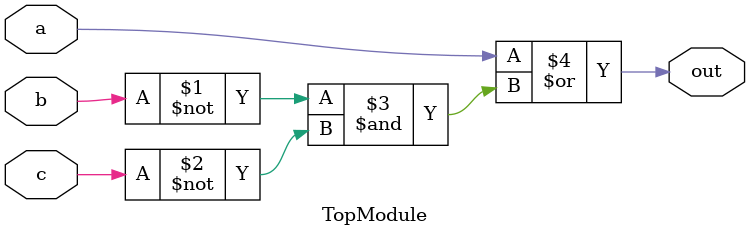
<source format=sv>
module TopModule (
    input logic a,
    input logic b,
    input logic c,
    output logic out
);

    // Implement the logic based on the derived Boolean expression
    assign out = a | (~b & ~c);

endmodule
</source>
